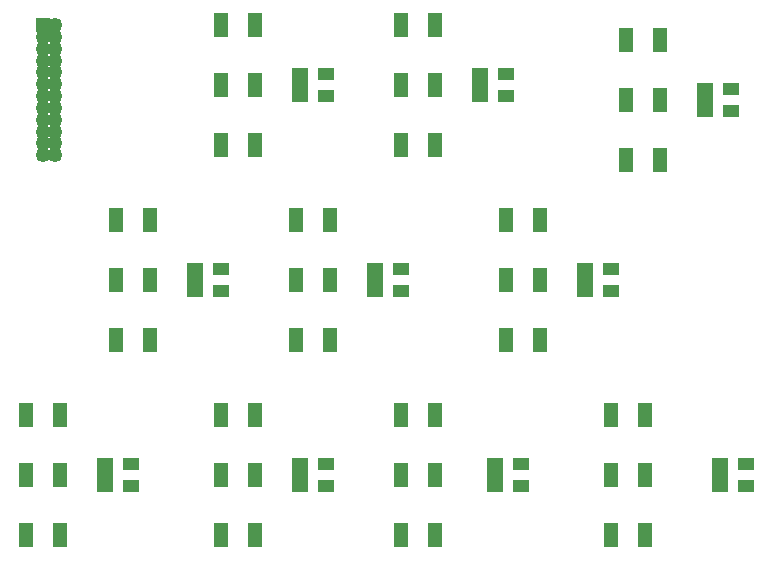
<source format=gbr>
G04 #@! TF.FileFunction,Soldermask,Top*
%FSLAX46Y46*%
G04 Gerber Fmt 4.6, Leading zero omitted, Abs format (unit mm)*
G04 Created by KiCad (PCBNEW 4.0.7) date 04/16/19 21:40:38*
%MOMM*%
%LPD*%
G01*
G04 APERTURE LIST*
%ADD10C,0.100000*%
%ADD11R,1.250000X1.250000*%
%ADD12O,1.250000X1.250000*%
%ADD13R,1.300000X2.100000*%
%ADD14R,1.460000X1.050000*%
G04 APERTURE END LIST*
D10*
D11*
X113030000Y-74930000D03*
D12*
X114030000Y-74930000D03*
X113030000Y-75930000D03*
X114030000Y-75930000D03*
X113030000Y-76930000D03*
X114030000Y-76930000D03*
X113030000Y-77930000D03*
X114030000Y-77930000D03*
X113030000Y-78930000D03*
X114030000Y-78930000D03*
X113030000Y-79930000D03*
X114030000Y-79930000D03*
X113030000Y-80930000D03*
X114030000Y-80930000D03*
X113030000Y-81930000D03*
X114030000Y-81930000D03*
X113030000Y-82930000D03*
X114030000Y-82930000D03*
X113030000Y-83930000D03*
X114030000Y-83930000D03*
X113030000Y-84930000D03*
X114030000Y-84930000D03*
X113030000Y-85930000D03*
X114030000Y-85930000D03*
D13*
X152220000Y-91440000D03*
X155120000Y-91440000D03*
X128090000Y-74930000D03*
X130990000Y-74930000D03*
X128090000Y-80010000D03*
X130990000Y-80010000D03*
X128090000Y-85090000D03*
X130990000Y-85090000D03*
X152220000Y-101600000D03*
X155120000Y-101600000D03*
X152220000Y-96520000D03*
X155120000Y-96520000D03*
X128090000Y-107950000D03*
X130990000Y-107950000D03*
X143330000Y-74930000D03*
X146230000Y-74930000D03*
X128090000Y-118110000D03*
X130990000Y-118110000D03*
X128090000Y-113030000D03*
X130990000Y-113030000D03*
X143330000Y-85090000D03*
X146230000Y-85090000D03*
X143330000Y-80010000D03*
X146230000Y-80010000D03*
X143330000Y-107950000D03*
X146230000Y-107950000D03*
X162380000Y-76200000D03*
X165280000Y-76200000D03*
X143330000Y-118110000D03*
X146230000Y-118110000D03*
X143330000Y-113030000D03*
X146230000Y-113030000D03*
X162380000Y-86360000D03*
X165280000Y-86360000D03*
X162380000Y-81280000D03*
X165280000Y-81280000D03*
X161110000Y-107950000D03*
X164010000Y-107950000D03*
X119200000Y-91440000D03*
X122100000Y-91440000D03*
X161110000Y-118110000D03*
X164010000Y-118110000D03*
X161110000Y-113030000D03*
X164010000Y-113030000D03*
X119200000Y-101600000D03*
X122100000Y-101600000D03*
X119200000Y-96520000D03*
X122100000Y-96520000D03*
X111580000Y-107950000D03*
X114480000Y-107950000D03*
X134440000Y-91440000D03*
X137340000Y-91440000D03*
X134440000Y-101600000D03*
X137340000Y-101600000D03*
X134440000Y-96520000D03*
X137340000Y-96520000D03*
X111580000Y-118110000D03*
X114480000Y-118110000D03*
X111580000Y-113030000D03*
X114480000Y-113030000D03*
D14*
X134790000Y-79060000D03*
X134790000Y-80010000D03*
X134790000Y-80960000D03*
X136990000Y-80960000D03*
X136990000Y-79060000D03*
X150030000Y-79060000D03*
X150030000Y-80010000D03*
X150030000Y-80960000D03*
X152230000Y-80960000D03*
X152230000Y-79060000D03*
X169080000Y-80330000D03*
X169080000Y-81280000D03*
X169080000Y-82230000D03*
X171280000Y-82230000D03*
X171280000Y-80330000D03*
X125900000Y-95570000D03*
X125900000Y-96520000D03*
X125900000Y-97470000D03*
X128100000Y-97470000D03*
X128100000Y-95570000D03*
X141140000Y-95570000D03*
X141140000Y-96520000D03*
X141140000Y-97470000D03*
X143340000Y-97470000D03*
X143340000Y-95570000D03*
X158920000Y-95570000D03*
X158920000Y-96520000D03*
X158920000Y-97470000D03*
X161120000Y-97470000D03*
X161120000Y-95570000D03*
X134790000Y-112080000D03*
X134790000Y-113030000D03*
X134790000Y-113980000D03*
X136990000Y-113980000D03*
X136990000Y-112080000D03*
X151300000Y-112080000D03*
X151300000Y-113030000D03*
X151300000Y-113980000D03*
X153500000Y-113980000D03*
X153500000Y-112080000D03*
X170350000Y-112080000D03*
X170350000Y-113030000D03*
X170350000Y-113980000D03*
X172550000Y-113980000D03*
X172550000Y-112080000D03*
X118280000Y-112080000D03*
X118280000Y-113030000D03*
X118280000Y-113980000D03*
X120480000Y-113980000D03*
X120480000Y-112080000D03*
M02*

</source>
